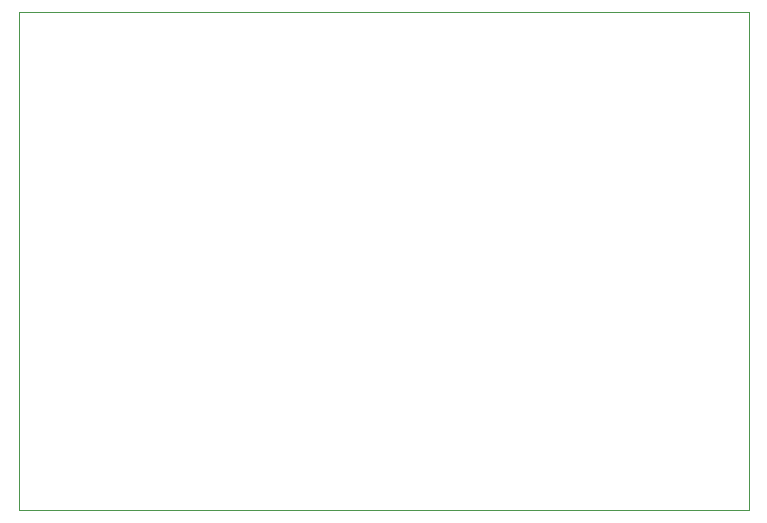
<source format=gbr>
%TF.GenerationSoftware,KiCad,Pcbnew,9.0.7*%
%TF.CreationDate,2026-02-07T20:24:00-06:00*%
%TF.ProjectId,Modded_Hackpad_Final,4d6f6464-6564-45f4-9861-636b7061645f,rev?*%
%TF.SameCoordinates,Original*%
%TF.FileFunction,Profile,NP*%
%FSLAX46Y46*%
G04 Gerber Fmt 4.6, Leading zero omitted, Abs format (unit mm)*
G04 Created by KiCad (PCBNEW 9.0.7) date 2026-02-07 20:24:00*
%MOMM*%
%LPD*%
G01*
G04 APERTURE LIST*
%TA.AperFunction,Profile*%
%ADD10C,0.050000*%
%TD*%
G04 APERTURE END LIST*
D10*
X54356000Y-57404000D02*
X116205000Y-57404000D01*
X116205000Y-99568000D01*
X54356000Y-99568000D01*
X54356000Y-57404000D01*
M02*

</source>
